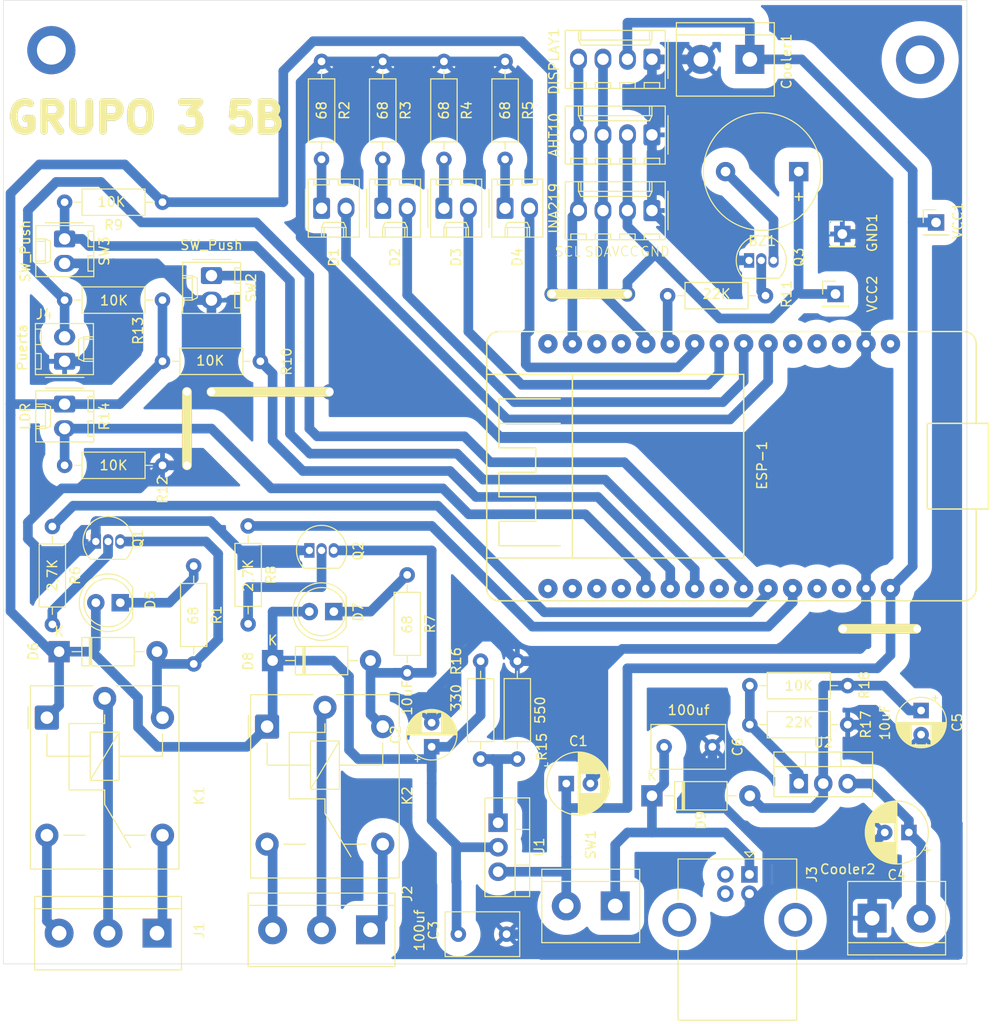
<source format=kicad_pcb>
(kicad_pcb (version 20240108) (generator "pcbnew") (generator_version "8.0")
  (layers (0 "F.Cu" signal) (31 "B.Cu" signal) (34 "B.Paste" user) (35 "F.Paste" user) (36 "B.SilkS" user "B.Silkscreen") (37 "F.SilkS" user "F.Silkscreen") (38 "B.Mask" user) (39 "F.Mask" user) (44 "Edge.Cuts" user))
  (net 0 "")
  (net 1 "GND")
  (net 2 "SDA")
  (net 3 "+3.3V")
  (net 4 "SCL")
  (net 5 "+5V")
  (net 6 "LED-A1")
  (net 7 "Net-(D1-K)")
  (net 8 "LED-B1")
  (net 9 "Net-(D2-K)")
  (net 10 "Net-(D3-K)")
  (net 11 "LED-A2")
  (net 12 "LED-B2")
  (net 13 "Net-(D4-K)")
  (net 14 "Net-(D5-K)")
  (net 15 "RELE-B")
  (net 16 "Net-(D6-A)")
  (net 17 "RELE-A")
  (net 18 "Net-(D7-K)")
  (net 19 "Net-(D8-A)")
  (net 20 "Net-(D9-A)")
  (net 21 "Net-(BZ1--)")
  (net 22 "BUZZER")
  (net 23 "BOTON-A")
  (net 24 "BOTON-B")
  (net 27 "PUERTA")
  (net 29 "LDR")
  (net 30 "Net-(J1-Pin_3)")
  (net 31 "Net-(J1-Pin_2)")
  (net 32 "Net-(J1-Pin_1)")
  (net 33 "Net-(J2-Pin_3)")
  (net 36 "+12V")
  (net 38 "Net-(Q1-B)")
  (net 39 "Net-(Q2-B)")
  (net 40 "Net-(Q3-B)")
  (net 41 "Net-(U1-ADJ)")
  (net 44 "+5VANTESDELLAVE")
  (net 45 "Net-(J2-Pin_2)")
  (net 47 "Net-(U2-ADJ)")
  (net 56 "Net-(J2-Pin_1)")
  (footprint "Resistor_THT:R_Axial_DIN0207_L6.3mm_D2.5mm_P10.16mm_Horizontal" (layer "F.Cu") (at 139.7 41.91 -90)
    (property "Reference" "R3")
    (property "Value" "68")
  )
  (footprint "Connector_Molex:Molex_KK-254_AE-6410-02A_1x02_P2.54mm_Vertical" (layer "F.Cu") (at 106.68 73.025 90)
    (property "Reference" "J4")
    (property "Value" "Conn_01x02_Pin")
  )
  (footprint "Resistor_THT:R_Axial_DIN0207_L6.3mm_D2.5mm_P10.16mm_Horizontal" (layer "F.Cu") (at 177.8 106.68)
    (property "Reference" "R18")
    (property "Value" "10K")
  )
  (footprint "Connector_Molex:Molex_KK-254_AE-6410-04A_1x04_P2.54mm_Vertical" (layer "F.Cu") (at 167.64 57.38 180)
    (property "Reference" "DISPLAY3" (hide yes))
    (property "Value" "DISPLAY")
  )
  (footprint "Resistor_THT:R_Axial_DIN0207_L6.3mm_D2.5mm_P10.16mm_Horizontal" (layer "F.Cu") (at 142.24 95.19 -90)
    (property "Reference" "R7")
    (property "Value" "68")
  )
  (footprint "Package_TO_SOT_THT:TO-92_Inline" (layer "F.Cu") (at 132.08 92.65)
    (property "Reference" "Q2")
    (property "Value" "S8050")
  )
  (footprint "Package_TO_SOT_THT:TO-220-3_Vertical" (layer "F.Cu") (at 151.677689 120.908952 -90)
    (property "Reference" "U1")
    (property "Value" "LM317_TO-220")
  )
  (footprint "Resistor_THT:R_Axial_DIN0207_L6.3mm_D2.5mm_P10.16mm_Horizontal" (layer "F.Cu") (at 106.68 83.82)
    (property "Reference" "R12")
    (property "Value" "10K")
  )
  (footprint "Connector_PinHeader_2.54mm:PinHeader_1x01_P2.54mm_Vertical" (layer "F.Cu") (at 187.4012 59.817)
    (property "Reference" "GND1")
    (property "Value" "Conn_01x01_Pin")
  )
  (footprint "Connector_Molex:Molex_KK-254_AE-6410-02A_1x02_P2.54mm_Vertical" (layer "F.Cu") (at 139.7 57.15)
    (property "Reference" "D2")
    (property "Value" "LED")
  )
  (footprint "Diode_THT:D_DO-41_SOD81_P10.16mm_Horizontal" (layer "F.Cu") (at 128.27 104.08)
    (property "Reference" "D8")
    (property "Value" "1N4007")
  )
  (footprint "TerminalBlock:TerminalBlock_bornier-3_P5.08mm" (layer "F.Cu") (at 138.43 132.02 180)
    (property "Reference" "J2")
    (property "Value" "Screw_Terminal_01x03")
  )
  (footprint "Capacitor_THT:CP_Radial_D5.0mm_P2.50mm" (layer "F.Cu") (at 144.78 113.03 90)
    (property "Reference" "C2")
    (property "Value" "10uF")
  )
  (footprint "Package_TO_SOT_THT:TO-92_Inline" (layer "F.Cu") (at 177.719704 62.560072)
    (property "Reference" "Q3")
    (property "Value" "S8050")
  )
  (footprint "Package_TO_SOT_THT:TO-220-3_Vertical" (layer "F.Cu") (at 182.88 116.84)
    (property "Reference" "U2")
    (property "Value" "LM317_TO-220")
  )
  (footprint "Resistor_THT:R_Axial_DIN0207_L6.3mm_D2.5mm_P10.16mm_Horizontal" (layer "F.Cu") (at 149.86 114.3 90)
    (property "Reference" "R16")
    (property "Value" "330")
  )
  (footprint "Capacitor_THT:CP_Radial_D5.0mm_P2.50mm" (layer "F.Cu") (at 195.58 109.26 -90)
    (property "Reference" "C5")
    (property "Value" "10uF")
  )
  (footprint "Connector_Molex:Molex_KK-254_AE-6410-04A_1x04_P2.54mm_Vertical" (layer "F.Cu") (at 167.64 49.53 180)
    (property "Reference" "DISPLAY2" (hide yes))
    (property "Value" "AHT10")
  )
  (footprint "DOIT_ESP32:DOIT_ESP32_Devkit_mirko" (layer "F.Cu") (at 201.295 69.9375 -90)
    (property "Reference" "ESP-1")
    (property "Value" "ESP32-Devkit-V1")
  )
  (footprint "Diode_THT:D_DO-41_SOD81_P10.16mm_Horizontal" (layer "F.Cu") (at 167.64 118.11)
    (property "Reference" "D9")
    (property "Value" "1N4007")
  )
  (footprint "Relay_THT:Relay_SPDT_Finder_36.11" (layer "F.Cu") (at 104.84 110.005)
    (property "Reference" "K1")
    (property "Value" "Relay_SPDT")
  )
  (footprint "LED_THT:LED_D5.0mm_Clear" (layer "F.Cu") (at 112.46 98.075 180)
    (property "Reference" "D5")
    (property "Value" "LED")
  )
  (footprint "TerminalBlock:TerminalBlock_bornier-2_P5.08mm" (layer "F.Cu") (at 177.8 41.7 180)
    (property "Reference" "Cooler1")
    (property "Value" "Bornera Cooler")
  )
  (footprint "Connector_Molex:Molex_KK-254_AE-6410-02A_1x02_P2.54mm_Vertical" (layer "F.Cu") (at 146.05 57.15)
    (property "Reference" "D3")
    (property "Value" "LED")
  )
  (footprint "Connector_Molex:Molex_KK-254_AE-6410-02A_1x02_P2.54mm_Vertical" (layer "F.Cu") (at 106.68 60.325 -90)
    (property "Reference" "SW3")
    (property "Value" "SW_Push")
  )
  (footprint "Resistor_THT:R_Axial_DIN0207_L6.3mm_D2.5mm_P10.16mm_Horizontal" (layer "F.Cu") (at 125.73 90.11 -90)
    (property "Reference" "R8")
    (property "Value" "2,7K")
  )
  (footprint "Connector_Molex:Molex_KK-254_AE-6410-04A_1x04_P2.54mm_Vertical" (layer "F.Cu") (at 167.64 41.68 180)
    (property "Reference" "DISPLAY1")
    (property "Value" "DISPLAY")
  )
  (footprint "Resistor_THT:R_Axial_DIN0207_L6.3mm_D2.5mm_P10.16mm_Horizontal" (layer "F.Cu") (at 116.84 73.025)
    (property "Reference" "R10")
    (property "Value" "10K")
  )
  (footprint "Resistor_THT:R_Axial_DIN0207_L6.3mm_D2.5mm_P10.16mm_Horizontal" (layer "F.Cu") (at 153.67 114.3 90)
    (property "Reference" "R15")
    (property "Value" "550")
  )
  (footprint "Connector_Molex:Molex_KK-254_AE-6410-02A_1x02_P2.54mm_Vertical" (layer "F.Cu") (at 121.92 64.135 -90)
    (property "Reference" "SW2")
    (property "Value" "SW_Push")
  )
  (footprint "Connector_Molex:Molex_KK-254_AE-6410-02A_1x02_P2.54mm_Vertical" (layer "F.Cu") (at 152.4 57.15)
    (property "Reference" "D4")
    (property "Value" "LED")
  )
  (footprint "Connector_PinHeader_2.54mm:PinHeader_1x01_P2.54mm_Vertical" (layer "F.Cu") (at 197.1294 58.6232)
    (property "Reference" "VCC1")
    (property "Value" "Conn_01x01_Pin")
  )
  (footprint "Capacitor_THT:C_Disc_D7.5mm_W4.4mm_P5.00mm" (layer "F.Cu") (at 147.548652 132.468788)
    (property "Reference" "C3")
    (property "Value" "100uf")
  )
  (footprint "Resistor_THT:R_Axial_DIN0207_L6.3mm_D2.5mm_P10.16mm_Horizontal" (layer "F.Cu") (at 152.4 41.91 -90)
    (property "Reference" "R5")
    (property "Value" "68")
  )
  (footprint "TerminalBlock:TerminalBlock_bornier-3_P5.08mm" (layer "F.Cu") (at 116.27 132.365 180)
    (property "Reference" "J1")
    (property "Value" "Screw_Terminal_01x03")
  )
  (footprint "Resistor_THT:R_Axial_DIN0207_L6.3mm_D2.5mm_P10.16mm_Horizontal" (layer "F.Cu") (at 133.35 41.91 -90)
    (property "Reference" "R2")
    (property "Value" "68")
  )
  (footprint "Buzzer_Beeper:Buzzer_12x9.5RM7.6" (layer "F.Cu") (at 182.88 53.34 180)
    (property "Reference" "BZ1")
    (property "Value" "Buzzer")
  )
  (footprint "Resistor_THT:R_Axial_DIN0207_L6.3mm_D2.5mm_P10.16mm_Horizontal" (layer "F.Cu") (at 116.84 56.515 180)
    (property "Reference" "R9")
    (property "Value" "10K")
  )
  (footprint "Capacitor_THT:C_Disc_D7.5mm_W4.4mm_P5.00mm" (layer "F.Cu") (at 168.91 113.03)
    (property "Reference" "C6")
    (property "Value" "100uf")
  )
  (footprint "Relay_THT:Relay_SPDT_Finder_36.11" (layer "F.Cu") (at 127.7 110.93)
    (property "Reference" "K2")
    (property "Value" "Relay_SPDT")
  )
  (footprint "Resistor_THT:R_Axial_DIN0207_L6.3mm_D2.5mm_P10.16mm_Horizontal" (layer "F.Cu") (at 105.41 90.17 -90)
    (property "Reference" "R6")
    (property "Value" "2,7K")
  )
  (footprint "Package_TO_SOT_THT:TO-92_Inline" (layer "F.Cu") (at 109.92 91.725)
    (property "Reference" "Q1")
    (property "Value" "S8050")
  )
  (footprint "Connector_USB:USB_B_OST_USB-B1HSxx_Horizontal" (layer "F.Cu") (at 177.76 126.27 -90)
    (property "Reference" "J3")
    (property "Value" "USB_B")
  )
  (footprint "Connector_Molex:Molex_KK-254_AE-6410-02A_1x02_P2.54mm_Vertical" (layer "F.Cu") (at 133.35 57.15)
    (property "Reference" "D1")
    (property "Value" "LED")
  )
  (footprint "Resistor_THT:R_Axial_DIN0207_L6.3mm_D2.5mm_P10.16mm_Horizontal" (layer "F.Cu") (at 120.08 94.265 -90)
    (property "Reference" "R1")
    (property "Value" "68")
  )
  (footprint "Capacitor_THT:CP_Radial_D6.3mm_P2.50mm" (layer "F.Cu") (at 158.75 116.84)
    (property "Reference" "C1")
    (property "Value" "100uF")
  )
  (footprint "Connector_Molex:Molex_KK-254_AE-6410-02A_1x02_P2.54mm_Vertical" (layer "F.Cu") (at 106.68 77.47 -90)
    (property "Reference" "R14")
    (property "Value" "LDR")
  )
  (footprint "Diode_THT:D_DO-41_SOD81_P10.16mm_Horizontal" (layer "F.Cu") (at 106.11 103.155)
    (property "Reference" "D6")
    (property "Value" "1N4007")
  )
  (footprint "Resistor_THT:R_Axial_DIN0207_L6.3mm_D2.5mm_P10.16mm_Horizontal" (layer "F.Cu") (at 146.05 41.91 -90)
    (property "Reference" "R4")
    (property "Value" "68")
  )
  (footprint "LED_THT:LED_D5.0mm_Clear" (layer "F.Cu") (at 134.62 99 180)
    (property "Reference" "D7")
    (property "Value" "LED")
  )
  (footprint "Resistor_THT:R_Axial_DIN0207_L6.3mm_D2.5mm_P10.16mm_Horizontal" (layer "F.Cu") (at 179.428212 66.219106 180)
    (property "Reference" "R11")
    (property "Value" "22K")
  )
  (footprint "TerminalBlock:TerminalBlock_bornier-2_P5.08mm" (layer "F.Cu") (at 163.83 129.54 180)
    (property "Reference" "SW1")
    (property "Value" "On/Off")
  )
  (footprint "Resistor_THT:R_Axial_DIN0207_L6.3mm_D2.5mm_P10.16mm_Horizontal" (layer "F.Cu") (at 116.84 66.675 180)
    (property "Reference" "R13")
    (property "Value" "10K")
  )
  (footprint "Resistor_THT:R_Axial_DIN0207_L6.3mm_D2.5mm_P10.16mm_Horizontal" (layer "F.Cu") (at 177.8 110.73)
    (property "Reference" "R17")
    (property "Value" "22K")
  )
  (footprint "Connector_PinHeader_2.54mm:PinHeader_1x01_P2.54mm_Vertical" (layer "F.Cu") (at 186.69 66.04)
    (property "Reference" "VCC2")
    (property "Value" "Conn_01x01_Pin")
  )
  (footprint "Capacitor_THT:CP_Radial_D6.3mm_P2.50mm" (layer "F.Cu") (at 194.31 121.92 180)
    (property "Reference" "C4")
    (property "Value" "100uF")
  )
  (footprint "TerminalBlock:TerminalBlock_bornier-2_P5.08mm" (layer "F.Cu") (at 190.5 130.81)
    (property "Reference" "Cooler2")
    (property "Value" "Bateria")
  )
  (gr_line (start 165.1 66.04) (end 157.226 66.04) (stroke (width 1)) (layer "F.SilkS"))
  (gr_line (start 121.92 76.2) (end 134.112 76.2) (stroke (width 1)) (layer "F.SilkS"))
  (gr_line (start 187.452 100.7872) (end 195.072 100.7872) (stroke (width 1)) (layer "F.SilkS"))
  (gr_line (start 119.38 83.82) (end 119.38 76.2) (stroke (width 1)) (layer "F.SilkS"))
  (gr_rect (start 100.33 35.56) (end 200.33 135.56) (stroke (width 0.05)) (fill none) (layer "Edge.Cuts"))
  (gr_text "GRUPO 3 5B" (at 100.33 49.53 0) (layer "B.Cu") (effects (font (size 3 3) (thickness 0.75) (bold yes)) (justify left bottom)))
  (gr_text "SDA" (at 160.591666 62.248821 0) (layer "F.SilkS") (effects (font (size 1 1) (thickness 0.1)) (justify left bottom)))
  (gr_text "GRUPO 3 5B" (at 100.33 49.53 0) (layer "F.SilkS") (effects (font (size 3 3) (thickness 0.75) (bold yes)) (justify left bottom)))
  (gr_text "Puerta" (at 102.869999 74.121069 90) (layer "F.SilkS") (effects (font (size 1 1)) (justify left bottom)))
  (gr_text "VCC" (at 163.38223 62.214423 0) (layer "F.SilkS") (effects (font (size 1 1) (thickness 0.1)) (justify left bottom)))
  (gr_text "GND" (at 166.37 62.23 0) (layer "F.SilkS") (effects (font (size 1 1) (thickness 0.1)) (justify left bottom)))
  (gr_text "SCL" (at 157.48 62.23 0) (layer "F.SilkS") (effects (font (size 1 1) (thickness 0.1)) (justify left bottom)))
  (via (at 105.3084 40.7416) (size 5) (drill 3) (layers "F.Cu" "B.Cu") (net 0))
  (via (at 195.4784 41.7322) (size 5) (drill 3) (layers "F.Cu" "B.Cu") (net 0))
  (segment (start 119.38 83.82) (end 119.38 76.2) (width 1) (layer "F.Cu") (net 1))
  (segment (start 195.1736 100.7872) (end 187.5028 100.7872) (width 1) (layer "F.Cu") (net 1))
  (segment (start 187.5028 100.7872) (end 187.4774 100.8126) (width 1) (layer "F.Cu") (net 1))
  (segment (start 121.92 76.2) (end 134.185584 76.2) (width 1) (layer "F.Cu") (net 1))
  (via (at 134.185584 76.2) (size 1.6) (drill 0.8) (layers "F.Cu" "B.Cu") (net 1))
  (via (at 121.92 76.2) (size 1.6) (drill 0.8) (layers "F.Cu" "B.Cu") (net 1))
  (via (at 119.38 76.2) (size 1.6) (drill 0.8) (layers "F.Cu" "B.Cu") (net 1))
  (via (at 195.1736 100.7872) (size 1.6) (drill 0.8) (layers "F.Cu" "B.Cu") (net 1))
  (via (at 119.38 83.82) (size 1.6) (drill 0.8) (layers "F.Cu" "B.Cu") (net 1))
  (via (at 187.4774 100.8126) (size 1.6) (drill 0.8) (layers "F.Cu" "B.Cu") (net 1))
  (segment (start 198.247 103.8606) (end 195.1736 100.7872) (width 1) (layer "B.Cu") (net 1))
  (segment (start 106.68 73.025) (end 111.125 73.025) (width 1) (layer "B.Cu") (net 1))
  (segment (start 173.91 118.03) (end 173.91 113.03) (width 1) (layer "B.Cu") (net 1))
  (segment (start 189.7126 59.817) (end 189.865 59.9694) (width 1) (layer "B.Cu") (net 1))
  (segment (start 156.17 134.62) (end 190.5 134.62) (width 1) (layer "B.Cu") (net 1))
  (segment (start 102.87 91.44) (end 104.14 92.71) (width 1) (layer "B.Cu") (net 1))
  (segment (start 177.719704 62.560072) (end 172.820072 62.560072) (width 1) (layer "B.Cu") (net 1))
  (segment (start 133.35 41.91) (end 152.4 41.91) (width 1) (layer "B.Cu") (net 1))
  (segment (start 121.860847 89.609162) (end 109.945916 89.609162) (width 1) (layer "B.Cu") (net 1))
  (segment (start 187.4012 59.817) (end 189.7126 59.817) (width 1) (layer "B.Cu") (net 1))
  (segment (start 106.68 62.865) (end 111.76 62.865) (width 1) (layer "B.Cu") (net 1))
  (segment (start 111.76 72.39) (end 111.76 62.865) (width 1) (layer "B.Cu") (net 1))
  (segment (start 187.96 110.73) (end 189.09137 110.73) (width 1) (layer "B.Cu") (net 1))
  (segment (start 131.18 44.08) (end 131.18 60.164932) (width 1) (layer "B.Cu") (net 1))
  (segment (start 199.39 121.02863) (end 199.39 134.62) (width 1) (layer "B.Cu") (net 1))
  (segment (start 116.84 83.82) (end 119.38 83.82) (width 1) (layer "B.Cu") (net 1))
  (segment (start 106.400151 86.21) (end 102.87 89.740151) (width 1) (layer "B.Cu") (net 1))
  (segment (start 153.67 104.14) (end 163.294416 104.14) (width 1) (layer "B.Cu") (net 1))
  (segment (start 148.06 104.19132) (end 148.06 103.394415) (width 1) (layer "B.Cu") (net 1))
  (segment (start 190.5 130.81) (end 190.5 123.23) (width 1) (layer "B.Cu") (net 1))
  (segment (start 189.865 102.235) (end 189.865 100.8634) (width 1) (layer "B.Cu") (net 1))
  (segment (start 109.87252 89.682558) (end 109.92 89.730038) (width 1) (layer "B.Cu") (net 1))
  (segment (start 161.29 106.144416) (end 161.29 116.8) (width 1) (layer "B.Cu") (net 1))
  (segment (start 164.567208 102.867208) (end 189.227208 102.867208) (width 1) (layer "B.Cu") (net 1))
  (segment (start 134.185584 76.2) (end 137.16 76.2) (width 1) (layer "B.Cu") (net 1))
  (segment (start 104.14 92.71) (end 108.935 92.71) (width 1) (layer "B.Cu") (net 1))
  (segment (start 151.13 101.6) (end 153.67 104.14) (width 1) (layer "B.Cu") (net 1))
  (segment (start 124.901685 92.65) (end 121.860847 89.609162) (width 1) (layer "B.Cu") (net 1))
  (segment (start 144.78 107.47132) (end 144.78 110.53) (width 1) (layer "B.Cu") (net 1))
  (segment (start 190.5 134.62) (end 190.5 130.81) (width 1) (layer "B.Cu") (net 1))
  (segment (start 177.76 129.54) (end 177.76 130.77) (width 1) (layer "B.Cu") (net 1))
  (segment (start 144.78 107.47132) (end 148.06 104.19132) (width 1) (layer "B.Cu") (net 1))
  (segment (start 167.64 48.26) (end 167.64 57.38) (width 1) (layer "B.Cu") (net 1))
  (segment (start 195.58 116.84) (end 195.390685 117.029315) (width 1) (layer "B.Cu") (net 1))
  (segment (start 179.61 127.69) (end 179.61 123.73) (width 1) (layer "B.Cu") (net 1))
  (segment (start 109.945916 89.609162) (end 109.87252 89.682558) (width 1) (layer "B.Cu") (net 1))
  (segment (start 189.8142 100.8126) (end 189.865 100.8634) (width 1) (layer "B.Cu") (net 1))
  (segment (start 132.08 92.65) (end 124.901685 92.65) (width 1) (layer "B.Cu") (net 1))
  (segment (start 154.018788 132.468788) (end 156.17 134.62) (width 1) (layer "B.Cu") (net 1))
  (segment (start 189.865 100.8634) (end 189.865 96.6075) (width 1) (layer "B.Cu") (net 1))
  (segment (start 199.39 134.62) (end 190.5 134.62) (width 1) (layer "B.Cu") (net 1))
  (segment (start 116.84 83.82) (end 114.45 86.21) (width 1) (layer "B.Cu") (net 1))
  (segment (start 172.820072 62.560072) (end 167.64 57.38) (width 1) (layer "B.Cu") (net 1))
  (segment (start 189.865 59.9694) (end 189.865 71.2075) (width 1) (layer "B.Cu") (net 1))
  (segment (start 108.935 92.71) (end 109.92 91.725) (width 1) (layer "B.Cu") (net 1))
  (segment (start 111.76 62.865) (end 116.209849 62.865) (width 1) (layer "B.Cu") (net 1))
  (segment (start 109.92 89.730038) (end 109.92 91.725) (width 1) (layer "B.Cu") (net 1))
  (segment (start 195.58 111.76) (end 195.58 114.4524) (width 1) (layer "B.Cu") (net 1))
  (segment (start 187.4774 100.8126) (end 189.8142 100.8126) (width 1) (layer "B.Cu") (net 1))
  (segment (start 148.06 103.394415) (end 149.854415 101.6) (width 1) (layer "B.Cu") (net 1))
  (segment (start 177.76 128.27) (end 177.76 129.54) (width 1) (layer "B.Cu") (net 1))
  (segment (start 151.875068 80.86) (end 181.626713 80.86) (width 1) (layer "B.Cu") (net 1))
  (segment (start 195.390685 117.029315) (end 199.39 121.02863) (width 1) (layer "B.Cu") (net 1))
  (segment (start 181.626713 80.86) (end 189.865 72.621713) (width 1) (layer "B.Cu") (net 1))
  (segment (start 163.294416 104.14) (end 163.562208 103.872208) (width 1) (layer "B.Cu") (net 1))
  (segment (start 137.16 76.2) (end 142.187534 71.172466) (width 1) (layer "B.Cu") (net 1))
  (segment (start 177.76 129.54) (end 179.61 127.69) (width 1) (layer "B.Cu") (net 1))
  (segment (start 116.209849 62.865) (end 120.019849 66.675) (width 1) (layer "B.Cu") (net 1))
  (segment (start 172.72 41.7) (end 167.66 41.7) (width 1) (layer "B.Cu") (net 1))
  (segment (start 189.23 102.87) (end 189.865 102.235) (width 1) (layer "B.Cu") (net 1))
  (segment (start 167.64 48.26) (end 184.15 48.26) (width 1) (layer "B.Cu") (net 1))
  (segment (start 189.865 72.621713) (end 189.865 71.2075) (width 1) (layer "B.Cu") (net 1))
  (segment (start 189.865 53.975) (end 189.865 59.9694) (width 1) (layer "B.Cu") (net 1))
  (segment (start 121.92 66.675) (end 121.92 76.2) (width 1) (layer "B.Cu") (net 1))
  (segment (start 102.87 89.740151) (end 102.87 91.44) (width 1) (layer "B.Cu") (net 1))
  (segment (start 195.58 114.4524) (end 195.58 116.84) (width 1) (layer "B.Cu") (net 1))
  (segment (start 119.38 76.2) (end 121.92 76.2) (width 1) (layer "B.Cu") (net 1))
  (segment (start 189.09137 110.73) (end 195.390685 117.029315) (width 1) (layer "B.Cu") (net 1))
  (segment (start 190.5 123.23) (end 191.81 121.92) (width 1) (layer "B.Cu") (net 1))
  (segment (start 184.15 48.26) (end 189.865 53.975) (width 1) (layer "B.Cu") (net 1))
  (segment (start 142.187534 71.172466) (end 151.875068 80.86) (width 1) (layer "B.Cu") (net 1))
  (segment (start 133.35 41.91) (end 131.18 44.08) (width 1) (layer "B.Cu") (net 1))
  (segment (start 189.865 96.6075) (end 189.865 71.2075) (width 1) (layer "B.Cu") (net 1))
  (segment (start 120.019849 66.675) (end 121.92 66.675) (width 1) (layer "B.Cu") (net 1))
  (segment (start 114.45 86.21) (end 106.400151 86.21) (width 1) (layer "B.Cu") (net 1))
  (segment (start 152.548652 132.468788) (end 154.018788 132.468788) (width 1) (layer "B.Cu") (net 1))
  (segment (start 167.66 41.7) (end 167.64 41.68) (width 1) (layer "B.Cu") (net 1))
  (segment (start 177.8254 130.8354) (end 177.8254 134.56) (width 1) (layer "B.Cu") (net 1))
  (segment (start 177.76 130.77) (end 177.8254 130.8354) (width 1) (layer "B.Cu") (net 1))
  (segment (start 167.64 41.68) (end 167.64 48.26) (width 1) (layer "B.Cu") (net 1))
  (segment (start 111.125 73.025) (end 111.76 72.39) (width 1) (layer "B.Cu") (net 1))
  (segment (start 179.61 123.73) (end 173.91 118.03) (width 1) (layer "B.Cu") (net 1))
  (segment (start 195.58 114.4524) (end 198.247 114.4524) (width 1) (layer "B.Cu") (net 1))
  (segment (start 149.854415 101.6) (end 151.13 101.6) (width 1) (layer "B.Cu") (net 1))
  (segment (start 163.562208 103.872208) (end 164.567208 102.867208) (width 1) (layer "B.Cu") (net 1))
  (segment (start 198.247 114.4524) (end 198.247 103.8606) (width 1) (layer "B.Cu") (net 1))
  (segment (start 161.29 116.8) (end 161.25 116.84) (width 1) (layer "B.Cu") (net 1))
  (segment (start 163.562208 103.872208) (end 161.29 106.144416) (width 1) (layer "B.Cu") (net 1))
  (segment (start 189.227208 102.867208) (end 189.23 102.87) (width 1) (layer "B.Cu") (net 1))
  (segment (start 131.18 60.164932) (end 142.187534 71.172466) (width 1) (layer "B.Cu") (net 1))
  (segment (start 167.005 71.2075) (end 167.005 70.485) (width 1) (layer "B.Cu") (net 2))
  (segment (start 167.005 70.485) (end 162.56 66.04) (width 1) (layer "B.Cu") (net 2))
  (segment (start 162.56 57.38) (end 162.56 41.68) (width 1) (layer "B.Cu") (net 2))
  (segment (start 162.56 66.04) (end 162.56 57.38) (width 1) (layer "B.Cu") (net 2))
  (segment (start 161.095 66.037207) (end 165.102793 66.037207) (width 1) (layer "F.Cu") (net 3))
  (segment (start 161.095 66.04) (end 161.095 66.037207) (width 1) (layer "F.Cu") (net 3))
  (segment (start 157.285 66.04) (end 161.095 66.04) (width 1) (layer "F.Cu") (net 3))
  (via (at 165.102793 66.037207) (size 1.6) (drill 0.8) (layers "F.Cu" "B.Cu") (net 3))
  (via (at 157.285 66.04) (size 1.6) (drill 0.8) (layers "F.Cu" "B.Cu") (net 3))
  (segment (start 112.395 77.47) (end 106.68 77.47) (width 1) (layer "B.Cu") (net 3))
  (segment (start 101.07 78.635) (end 101.07 98.959849) (width 1) (layer "B.Cu") (net 3))
  (segment (start 157.285 66.04) (end 157.285 42.985) (width 1) (layer "B.Cu") (net 3))
  (segment (start 182.86 53.34) (end 182.86 65.757167) (width 1) (layer "B.Cu") (net 3))
  (segment (start 132.480151 39.81) (end 129.38 42.910151) (width 1) (layer "B.Cu") (net 3))
  (segment (start 125.6 113.03) (end 127.7 110.93) (width 1) (layer "B.Cu") (net 3))
  (segment (start 186.69 66.04) (end 183.142833 66.04) (width 1) (layer "B.Cu") (net 3))
  (segment (start 165.1 49.53) (end 165.1 57.38) (width 1) (layer "B.Cu") (net 3))
  (segment (start 147.578952 123.448952) (end 147.32 123.19) (width 1) (layer "B.Cu") (net 3))
  (segment (start 165.102793 66.037207) (end 165.102793 64.767207) (width 1) (layer "B.Cu") (net 3))
  (segment (start 104.0638 52.6034) (end 101.07 55.5972) (width 1) (layer "B.Cu") (net 3))
  (segment (start 154.11 39.81) (end 132.480151 39.81) (width 1) (layer "B.Cu") (net 3))
  (segment (start 183.142833 66.04) (end 182.86 65.757167) (width 1) (layer "B.Cu") (net 3))
  (segment (start 157.285 42.985) (end 154.11 39.81) (width 1) (layer "B.Cu") (net 3))
  (segment (start 147.36 132.280136) (end 147.36 127.04) (width 1) (layer "B.Cu") (net 3))
  (segment (start 129.38 56.515) (end 116.84 56.515) (width 1) (layer "B.Cu") (net 3))
  (segment (start 128.27 110.36) (end 127.7 110.93) (width 1) (layer "B.Cu") (net 3))
  (segment (start 114.3 107.929466) (end 114.3 111.000534) (width 1) (layer "B.Cu") (net 3))
  (segment (start 146.58 113.03) (end 149.86 109.75) (width 1) (layer "B.Cu") (net 3))
  (segment (start 151.677689 123.448952) (end 147.578952 123.448952) (width 1) (layer "B.Cu") (net 3))
  (segment (start 132.08 99) (end 128.27 99) (width 1) (layer "B.Cu") (net 3))
  (segment (start 101.07 98.959849) (end 105.265151 103.155) (width 1) (layer "B.Cu") (net 3))
  (segment (start 165.102793 64.767207) (end 167.9725 61.8975) (width 1) (layer "B.Cu") (net 3))
  (segment (start 128.27 99) (end 128.27 104.08) (width 1) (layer "B.Cu") (net 3))
  (segment (start 149.86 109.75) (end 149.86 104.14) (width 1) (layer "B.Cu") (net 3))
  (segment (start 106.68 77.47) (end 101.07 77.47) (width 1) (layer "B.Cu") (net 3))
  (segment (start 136.2 113.34) (end 137.16 114.3) (width 1) (layer "B.Cu") (net 3))
  (segment (start 101.07 77.47) (end 101.07 78.635) (width 1) (layer "B.Cu") (net 3))
  (segment (start 144.78 116.84) (end 144.78 120.65) (width 1) (layer "B.Cu") (net 3))
  (segment (start 136.2 105.72) (end 136.2 113.34) (width 1) (layer "B.Cu") (net 3))
  (segment (start 116.84 73.025) (end 112.395 77.47) (width 1) (layer "B.Cu") (net 3))
  (segment (start 174.655 68.58) (end 167.9725 61.8975) (width 1) (layer "B.Cu") (net 3))
  (segment (start 129.38 42.910151) (end 129.38 56.515) (width 1) (layer "B.Cu") (net 3))
  (segment (start 112.9284 52.6034) (end 104.0638 52.6034) (width 1) (layer "B.Cu") (net 3))
  (segment (start 105.265151 103.155) (end 106.11 103.155) (width 1) (layer "B.Cu") (net 3))
  (segment (start 144.78 115.57) (end 144.78 116.84) (width 1) (layer "B.Cu") (net 3))
  (segment (start 167.9725 61.8975) (end 165.1 59.025) (width 1) (layer "B.Cu") (net 3))
  (segment (start 147.548652 132.468788) (end 147.36 132.280136) (width 1) (layer "B.Cu") (net 3))
  (segment (start 180.037167 68.58) (end 174.655 68.58) (width 1) (layer "B.Cu") (net 3))
  (segment (start 144.78 113.03) (end 146.58 113.03) (width 1) (layer "B.Cu") (net 3))
  (segment (start 101.07 55.5972) (end 101.07 77.47) (width 1) (layer "B.Cu") (net 3))
  (segment (start 116.84 66.675) (end 116.84 73.025) (width 1) (layer "B.Cu") (net 3))
  (segment (start 116.329466 113.03) (end 125.6 113.03) (width 1) (layer "B.Cu") (net 3))
  (segment (start 144.78 113.03) (end 144.78 115.57) (width 1) (layer "B.Cu") (net 3))
  (segment (start 106.11 103.155) (end 106.11 108.735) (width 1) (layer "B.Cu") (net 3))
  (segment (start 144.78 114.3) (end 144.78 115.57) (width 1) (layer "B.Cu") (net 3))
  (segment (start 182.86 65.757167) (end 180.037167 68.58) (width 1) (layer "B.Cu") (net 3))
  (segment (start 109.525534 103.155) (end 114.3 107.929466) (width 1) (layer "B.Cu") (net 3))
  (segment (start 147.32 127) (end 147.32 123.19) (width 1) (layer "B.Cu") (net 3))
  (segment (start 114.3 111.000534) (end 116.329466 113.03) (width 1) (layer "B.Cu") (net 3))
  (segment (start 165.1 59.025) (end 165.1 57.38) (width 1) (layer "B.Cu") (net 3))
  (segment (start 137.16 114.3) (end 144.78 114.3) (width 1) (layer "B.Cu") (net 3))
  (segment (start 128.27 104.08) (end 128.27 110.36) (width 1) (layer "B.Cu") (net 3))
  (segment (start 109.92 98.075) (end 109.92 102.760534) (width 1) (layer "B.Cu") (net 3))
  (segment (start 144.78 120.65) (end 147.32 123.19) (width 1) (layer "B.Cu") (net 3))
  (segment (start 106.11 103.155) (end 109.525534 103.155) (width 1) (layer "B.Cu") (net 3))
  (segment (start 109.92 102.760534) (end 109.525534 103.155) (width 1) (layer "B.Cu") (net 3))
  (segment (start 147.36 127.04) (end 147.32 127) (width 1) (layer "B.Cu") (net 3))
  (segment (start 134.56 104.08) (end 136.2 105.72) (width 1) (layer "B.Cu") (net 3))
  (segment (start 128.27 104.08) (end 134.56 104.08) (width 1) (layer "B.Cu") (net 3))
  (segment (start 106.11 108.735) (end 104.84 110.005) (width 1) (layer "B.Cu") (net 3))
  (segment (start 116.84 56.515) (end 112.9284 52.6034) (width 1) (layer "B.Cu") (net 3))
  (segment (start 159.385 58.015) (end 160.02 57.38) (width 1) (layer "B.Cu") (net 4))
  (segment (start 159.385 71.2075) (end 159.385 58.015) (width 1) (layer "B.Cu") (net 4))
  (segment (start 160.02 57.38) (end 160.02 41.68) (width 1) (layer "B.Cu") (net 4))
  (segment (start 158.491048 125.988952) (end 158.75 125.73) (width 1) (layer "B.Cu") (net 5))
  (segment (start 158.75 127) (end 158.75 129.54) (width 1) (layer "B.Cu") (net 5))
  (segment (start 197.1294 58.6232) (end 194.7232 58.6232) (width 1) (layer "B.Cu") (net 5))
  (segment (start 158.75 125.73) (end 158.75 127) (width 1) (layer "B.Cu") (net 5))
  (segment (start 158.75 116.84) (end 158.75 119.38) (width 1) (layer "B.Cu") (net 5))
  (segment (start 194.705 53.227) (end 194.705 58.605) (width 1) (layer "B.Cu") (net 5))
  (segment (start 158.75 119.38) (end 165.1 119.38) (width 1) (layer "B.Cu") (net 5))
  (segment (start 194.705 94.3075) (end 192.405 96.6075) (width 1) (layer "B.Cu") (net 5))
  (segment (start 192.405 96.6075) (end 192.405 103.505) (width 1) (layer "B.Cu") (net 5))
  (segment (start 183.178 41.7) (end 194.705 53.227) (width 1) (layer "B.Cu") (net 5))
  (segment (start 177.8 41.7) (end 177.8 37.89) (width 1) (layer "B.Cu") (net 5))
  (segment (start 165.1 119.38) (end 165.1 104.88) (width 1) (layer "B.Cu") (net 5))
  (segment (start 194.705 58.605) (end 194.705 94.3075) (width 1) (layer "B.Cu") (net 5))
  (segment (start 165.1 37.89) (end 165.1 41.68) (width 1) (layer "B.Cu") (net 5))
  (segment (start 151.677689 125.988952) (end 158.491048 125.988952) (width 1) (layer "B.Cu") (net 5))
  (segment (start 192.405 103.505) (end 191.03 104.88) (width 1) (layer "B.Cu") (net 5))
  (segment (start 177.8 37.89) (end 165.1 37.89) (width 1) (layer "B.Cu") (net 5))
  (segment (start 158.75 124.46) (end 158.75 125.73) (width 1) (layer "B.Cu") (net 5))
  (segment (start 194.7232 58.6232) (end 194.705 58.605) (width 1) (layer "B.Cu") (net 5))
  (segment (start 191.03 104.88) (end 165.1 104.88) (width 1) (layer "B.Cu") (net 5))
  (segment (start 177.8 41.7) (end 183.178 41.7) (width 1) (layer "B.Cu") (net 5))
  (segment (start 158.75 119.38) (end 158.75 124.46) (width 1) (layer "B.Cu") (net 5))
  (segment (start 175.745392 79.06) (end 179.705 75.100392) (width 1) (layer "B.Cu") (net 6))
  (segment (start 135.89 62.329348) (end 152.620652 79.06) (width 1) (layer "B.Cu") (net 6))
  (segment (start 152.620652 79.06) (end 175.745392 79.06) (width 1) (layer "B.Cu") (net 6))
  (segment (start 135.89 57.15) (end 135.89 62.329348) (width 1) (layer "B.Cu") (net 6))
  (segment (start 179.705 75.100392) (end 179.705 71.2075) (width 1) (layer "B.Cu") (net 6))
  (segment (start 133.35 52.07) (end 133.35 57.15) (width 1) (layer "B.Cu") (net 7))
  (segment (start 177.165 75.094808) (end 177.165 71.2075) (width 1) (layer "B.Cu") (net 8))
  (segment (start 174.999808 77.26) (end 177.165 75.094808) (width 1) (layer "B.Cu") (net 8))
  (segment (start 153.366236 77.26) (end 174.999808 77.26) (width 1) (layer "B.Cu") (net 8))
  (segment (start 142.24 66.133764) (end 153.366236 77.26) (width 1) (layer "B.Cu") (net 8))
  (segment (start 142.24 57.15) (end 142.24 66.133764) (width 1) (layer "B.Cu") (net 8))
  (segment (start 139.7 52.07) (end 139.7 57.15) (width 1) (layer "B.Cu") (net 9))
  (segment (start 146.05 52.07) (end 146.05 57.15) (width 1) (layer "B.Cu") (net 10))
  (segment (start 173.46 75.46) (end 174.625 74.295) (width 1) (layer "B.Cu") (net 11))
  (segment (start 174.625 74.295) (end 174.625 71.2075) (width 1) (layer "B.Cu") (net 11))
  (segment (start 148.59 57.15) (end 148.59 69.93818) (width 1) (layer "B.Cu") (net 11))
  (segment (start 154.11182 75.46) (end 173.46 75.46) (width 1) (layer "B.Cu") (net 11))
  (segment (start 148.59 69.93818) (end 154.11182 75.46) (width 1) (layer "B.Cu") (net 11))
  (segment (start 154.545 70.254808) (end 154.545 73.347596) (width 1) (layer "B.Cu") (net 12))
  (segment (start 154.545 73.347596) (end 154.857404 73.66) (width 1) (layer "B.Cu") (net 12))
  (segment (start 154.94 57.15) (end 154.94 69.859808) (width 1) (layer "B.Cu") (net 12))
  (segment (start 170.345192 73.66) (end 172.085 71.920192) (width 1) (layer "B.Cu") (net 12))
  (segment (start 172.085 71.920192) (end 172.085 71.2075) (width 1) (layer "B.Cu") (net 12))
  (segment (start 154.857404 73.66) (end 170.345192 73.66) (width 1) (layer "B.Cu") (net 12))
  (segment (start 154.94 69.859808) (end 154.545 70.254808) (width 1) (layer "B.Cu") (net 12))
  (segment (start 152.4 52.07) (end 152.4 57.15) (width 1) (layer "B.Cu") (net 13))
  (segment (start 120.08 95.535) (end 117.54 98.075) (width 1) (layer "B.Cu") (net 14))
  (segment (start 120.08 94.265) (end 120.08 95.535) (width 1) (layer "B.Cu") (net 14))
  (segment (start 117.54 98.075) (end 112.46 98.075) (width 1) (layer "B.Cu") (net 14))
  (segment (start 177.8 99.06) (end 179.705 97.155) (width 1) (layer "B.Cu") (net 15))
  (segment (start 179.705 97.155) (end 179.705 96.6075) (width 1) (layer "B.Cu") (net 15))
  (segment (start 107.57 88.01) (end 145.419072 88.01) (width 1) (layer "B.Cu") (net 15))
  (segment (start 156.469072 99.06) (end 177.8 99.06) (width 1) (layer "B.Cu") (net 15))
  (segment (start 105.41 90.17) (end 107.57 88.01) (width 1) (layer "B.Cu") (net 15))
  (segment (start 145.419072 88.01) (end 156.469072 99.06) (width 1) (layer "B.Cu") (net 15))
  (segment (start 121.35 91.725) (end 122.62 92.995) (width 1) (layer "B.Cu") (net 16))
  (segment (start 122.62 92.995) (end 122.62 101.885) (width 1) (layer "B.Cu") (net 16))
  (segment (start 116.27 109.435) (end 116.84 110.005) (width 1) (layer "B.Cu") (net 16))
  (segment (start 116.27 103.155) (end 116.27 104.425) (width 1) (layer "B.Cu") (net 16))
  (segment (start 122.62 101.885) (end 120.08 104.425) (width 1) (layer "B.Cu") (net 16))
  (segment (start 116.27 104.425) (end 116.27 109.435) (width 1) (layer "B.Cu") (net 16))
  (segment (start 112.46 91.725) (end 121.35 91.725) (width 1) (layer "B.Cu") (net 16))
  (segment (start 120.08 104.425) (end 116.27 104.425) (width 1) (layer "B.Cu") (net 16))
  (segment (start 144.785584 90.11) (end 125.73 90.11) (width 1) (layer "B.Cu") (net 17))
  (segment (start 182.245 96.6075) (end 182.245 98.021713) (width 1) (layer "B.Cu") (net 17))
  (segment (start 182.245 98.021713) (end 179.706713 100.56) (width 1) (layer "B.Cu") (net 17))
  (segment (start 179.706713 100.56) (end 155.235584 100.56) (width 1) (layer "B.Cu") (net 17))
  (segment (start 155.235584 100.56) (end 144.785584 90.11) (width 1) (layer "B.Cu") (net 17))
  (segment (start 138.43 99) (end 142.24 95.19) (width 1) (layer "B.Cu") (net 18))
  (segment (start 134.62 99) (end 138.43 99) (width 1) (layer "B.Cu") (net 18))
  (segment (start 138.43 104.08) (end 138.43 105.35) (width 1) (layer "B.Cu") (net 19))
  (segment (start 142.24 105.35) (end 140.97 105.35) (width 1) (layer "B.Cu") (net 19))
  (segment (start 144.78 105.35) (end 140.97 105.35) (width 1) (layer "B.Cu") (net 19))
  (segment (start 138.43 109.66) (end 139.7 110.93) (width 1) (layer "B.Cu") (net 19))
  (segment (start 140.97 105.35) (end 138.43 105.35) (width 1) (layer "B.Cu") (net 19))
  (segment (start 144.78 92.65) (end 144.78 105.35) (width 1) (layer "B.Cu") (net 19))
  (segment (start 134.62 92.65) (end 144.78 92.65) (width 1) (layer "B.Cu") (net 19))
  (segment (start 138.43 105.35) (end 138.43 109.66) (width 1) (layer "B.Cu") (net 19))
  (segment (start 185.42 118.2525) (end 184.2925 119.38) (width 1) (layer "B.Cu") (net 20))
  (segment (start 191.77 106.68) (end 187.96 106.68) (width 1) (layer "B.Cu") (net 20))
  (segment (start 185.42 116.84) (end 185.42 118.2525) (width 1) (layer "B.Cu") (net 20))
  (segment (start 187.96 106.68) (end 185.42 106.68) (width 1) (layer "B.Cu") (net 20))
  (segment (start 185.42 106.68) (end 185.42 116.84) (width 1) (layer "B.Cu") (net 20))
  (segment (start 195.58 109.26) (end 194.35 109.26) (width 1) (layer "B.Cu") (net 20))
  (segment (start 184.2925 119.38) (end 179.07 119.38) (width 1) (layer "B.Cu") (net 20))
  (segment (start 179.07 119.38) (end 177.8 118.11) (width 1) (layer "B.Cu") (net 20))
  (segment (start 194.35 109.26) (end 191.77 106.68) (width 1) (layer "B.Cu") (net 20))
  (segment (start 180.259704 58.339704) (end 175.26 53.34) (width 1) (layer "B.Cu") (net 21))
  (segment (start 180.259704 62.560072) (end 180.259704 58.339704) (width 1) (layer "B.Cu") (net 21))
  (segment (start 169.268212 70.930712) (end 169.545 71.2075) (width 1) (layer "B.Cu") (net 22))
  (segment (start 169.268212 66.219106) (end 169.268212 70.930712) (width 1) (layer "B.Cu") (net 22))
  (segment (start 149.372197 87.1) (end 162.03 87.1) (width 1) (layer "B.Cu") (net 23))
  (segment (start 146.682197 84.41) (end 149.372197 87.1) (width 1) (layer "B.Cu") (net 23))
  (segment (start 131.4 84.41) (end 146.682197 84.41) (width 1) (layer "B.Cu") (net 23))
  (segment (start 127 73.025) (end 127 64.135) (width 1) (layer "B.Cu") (net 23))
  (segment (start 127 64.135) (end 121.92 64.135) (width 1) (layer "B.Cu") (net 23))
  (segment (start 169.545 94.615) (end 169.545 96.6075) (width 1) (layer "B.Cu") (net 23))
  (segment (start 128.27 74.295) (end 128.27 81.28) (width 1) (layer "B.Cu") (net 23))
  (segment (start 162.03 87.1) (end 169.545 94.615) (width 1) (layer "B.Cu") (net 23))
  (segment (start 127 73.025) (end 128.27 74.295) (width 1) (layer "B.Cu") (net 23))
  (segment (start 128.27 81.28) (end 131.4 84.41) (width 1) (layer "B.Cu") (net 23))
  (segment (start 162.775584 85.3) (end 150.117781 85.3) (width 1) (layer "B.Cu") (net 24))
  (segment (start 106.68 56.515) (end 106.68 60.325) (width 1) (layer "B.Cu") (net 24))
  (segment (start 108.48 60.325) (end 106.68 60.325) (width 1) (layer "B.Cu") (net 24))
  (segment (start 172.085 94.609416) (end 162.775584 85.3) (width 1) (layer "B.Cu") (net 24))
  (segment (start 132.145584 82.61) (end 130.07 80.534416) (width 1) (layer "B.Cu") (net 24))
  (segment (start 172.085 96.6075) (end 172.085 94.609416) (width 1) (layer "B.Cu") (net 24))
  (segment (start 147.427781 82.61) (end 132.145584 82.61) (width 1) (layer "B.Cu") (net 24))
  (segment (start 150.117781 85.3) (end 147.427781 82.61) (width 1) (layer "B.Cu") (net 24))
  (segment (start 130.07 64.659416) (end 126.475584 61.065) (width 1) (layer "B.Cu") (net 24))
  (segment (start 130.07 80.534416) (end 130.07 64.659416) (width 1) (layer "B.Cu") (net 24))
  (segment (start 109.22 61.065) (end 108.48 60.325) (width 1) (layer "B.Cu") (net 24))
  (segment (start 126.475584 61.065) (end 109.22 61.065) (width 1) (layer "B.Cu") (net 24))
  (segment (start 177.165 95.885) (end 177.165 96.6075) (width 1) (layer "B.Cu") (net 27))
  (segment (start 132.085584 80.004416) (end 132.891168 80.81) (width 1) (layer "B.Cu") (net 27))
  (segment (start 132.085584 64.129416) (end 132.085584 80.004416) (width 1) (layer "B.Cu") (net 27))
  (segment (start 106.68 66.675) (end 106.68 70.485) (width 1) (layer "B.Cu") (net 27))
  (segment (start 132.891168 80.81) (end 148.173365 80.81) (width 1) (layer "B.Cu") (net 27))
  (segment (start 148.173365 80.81) (end 150.863365 83.5) (width 1) (layer "B.Cu") (net 27))
  (segment (start 102.87 62.865) (end 102.87 57.355151) (width 1) (layer "B.Cu") (net 27))
  (segment (start 164.78 83.5) (end 177.165 95.885) (width 1) (layer "B.Cu") (net 27))
  (segment (start 150.863365 83.5) (end 164.78 83.5) (width 1) (layer "B.Cu") (net 27))
  (segment (start 102.87 57.355151) (end 105.810151 54.415) (width 1) (layer "B.Cu") (net 27))
  (segment (start 106.68 66.675) (end 102.87 62.865) (width 1) (layer "B.Cu") (net 27))
  (segment (start 114.64 58.615) (end 126.571168 58.615) (width 1) (layer "B.Cu") (net 27))
  (segment (start 126.571168 58.615) (end 132.085584 64.129416) (width 1) (layer "B.Cu") (net 27))
  (segment (start 110.44 54.415) (end 114.64 58.615) (width 1) (layer "B.Cu") (net 27))
  (segment (start 105.810151 54.415) (end 110.44 54.415) (width 1) (layer "B.Cu") (net 27))
  (segment (start 145.936613 86.21) (end 148.626613 88.9) (width 1) (layer "B.Cu") (net 29))
  (segment (start 106.68 83.82) (end 106.68 80.01) (width 1) (layer "B.Cu") (net 29))
  (segment (start 106.68 80.01) (end 121.92 80.01) (width 1) (layer "B.Cu") (net 29))
  (segment (start 167.005 95.182119) (end 167.005 96.6075) (width 1) (layer "B.Cu") (net 29))
  (segment (start 148.626613 88.9) (end 160.722881 88.9) (width 1) (layer "B.Cu") (net 29))
  (segment (start 121.92 80.01) (end 128.12 86.21) (width 1) (layer "B.Cu") (net 29))
  (segment (start 128.12 86.21) (end 145.936613 86.21) (width 1) (layer "B.Cu") (net 29))
  (segment (start 160.722881 88.9) (end 167.005 95.182119) (width 1) (layer "B.Cu") (net 29))
  (segment (start 104.84 131.095) (end 106.11 132.365) (width 1) (layer "B.Cu") (net 30))
  (segment (start 104.84 122.205) (end 104.84 131.095) (width 1) (layer "B.Cu") (net 30))
  (segment (start 111.19 132.365) (end 111.19 108.355) (width 1) (layer "B.Cu") (net 31))
  (segment (start 111.19 108.355) (end 110.84 108.005) (width 1) (layer "B.Cu") (net 31))
  (segment (start 116.84 131.795) (end 116.27 132.365) (width 1) (layer "B.Cu") (net 32))
  (segment (start 116.84 122.205) (end 116.84 131.795) (width 1) (layer "B.Cu") (net 32))
  (segment (start 128.27 123.7) (end 127.7 123.13) (width 1) (layer "B.Cu") (net 33))
  (segment (start 128.27 132.02) (end 128.27 123.7) (width 1) (layer "B.Cu") (net 33))
  (segment (start 194.31 121.92) (end 195.58 123.19) (width 1) (layer "B.Cu") (net 36))
  (segment (start 195.58 123.19) (end 195.58 130.81) (width 1) (layer "B.Cu") (net 36))
  (segment (start 194.31 120.65) (end 194.31 121.92) (width 1) (layer "B.Cu") (net 36))
  (segment (start 187.96 116.84) (end 190.5 116.84) (width 1) (layer "B.Cu") (net 36))
  (segment (start 190.5 116.84) (end 194.31 120.65) (width 1) (layer "B.Cu") (net 36))
  (segment (start 105.41 98.91) (end 105.41 100.33) (width 1) (layer "B.Cu") (net 38))
  (segment (start 111.19 93.13) (end 105.41 98.91) (width 1) (layer "B.Cu") (net 38))
  (segment (start 111.19 91.725) (end 111.19 93.13) (width 1) (layer "B.Cu") (net 38))
  (segment (start 133.35 96.46) (end 133.35 92.65) (width 1) (layer "B.Cu") (net 39))
  (segment (start 125.73 100.27) (end 125.73 96.46) (width 1) (layer "B.Cu") (net 39))
  (segment (start 125.73 96.46) (end 133.35 96.46) (width 1) (layer "B.Cu") (net 39))
  (segment (start 179.428212 66.219106) (end 178.989704 65.780598) (width 1) (layer "B.Cu") (net 40))
  (segment (start 178.989704 65.780598) (end 178.989704 62.560072) (width 1) (layer "B.Cu") (net 40))
  (segment (start 153.67 114.3) (end 151.13 114.3) (width 1) (layer "B.Cu") (net 41))
  (segment (start 151.677689 114.847689) (end 151.13 114.3) (width 1) (layer "B.Cu") (net 41))
  (segment (start 151.677689 120.908952) (end 151.677689 114.847689) (width 1) (layer "B.Cu") (net 41))
  (segment (start 151.13 114.3) (end 149.86 114.3) (width 1) (layer "B.Cu") (net 41))
  (segment (start 163.83 129.54) (end 163.83 123.19) (width 1) (layer "B.Cu") (net 44))
  (segment (start 177.76 126.27) (end 177.76 124.42) (width 1) (layer "B.Cu") (net 44))
  (segment (start 165.1 121.92) (end 167.64 121.92) (width 1) (layer "B.Cu") (net 44))
  (segment (start 168.91 113.03) (end 168.91 116.84) (width 1) (layer "B.Cu") (net 44))
  (segment (start 167.64 118.11) (end 167.64 121.92) (width 1) (layer "B.Cu") (net 44))
  (segment (start 163.83 123.19) (end 165.1 121.92) (width 1) (layer "B.Cu") (net 44))
  (segment (start 175.26 121.92) (end 167.64 121.92) (width 1) (layer "B.Cu") (net 44))
  (segment (start 177.76 124.42) (end 175.26 121.92) (width 1) (layer "B.Cu") (net 44))
  (segment (start 168.91 116.84) (end 167.64 118.11) (width 1) (layer "B.Cu") (net 44))
  (segment (start 133.35 109.28) (end 133.7 108.93) (width 1) (layer "B.Cu") (net 45))
  (segment (start 133.35 132.02) (end 133.35 109.28) (width 1) (layer "B.Cu") (net 45))
  (segment (start 177.8 110.73) (end 177.8 106.68) (width 1) (layer "B.Cu") (net 47))
  (segment (start 182.88 115.81) (end 177.8 110.73) (width 1) (layer "B.Cu") (net 47))
  (segment (start 182.88 116.84) (end 182.88 115.81) (width 1) (layer "B.Cu") (net 47))
  (segment (start 139.7 123.13) (end 139.7 130.75) (width 1) (layer "B.Cu") (net 56))
  (segment (start 139.7 130.75) (end 138.43 132.02) (width 1) (layer "B.Cu") (net 56))
  (zone (net 1) (net_name "GND") (layer "B.Cu") (connect_pads (clearance 1.5)) (min_thickness 0.25) (fill yes (thermal_gap 0.5) (thermal_bridge_width 0.5))
    (polygon (pts (xy 100.33 35.56) (xy 200.66 35.56) (xy 200.3044 136.8044) (xy 99.9744 136.8044)))
  )
)
</source>
